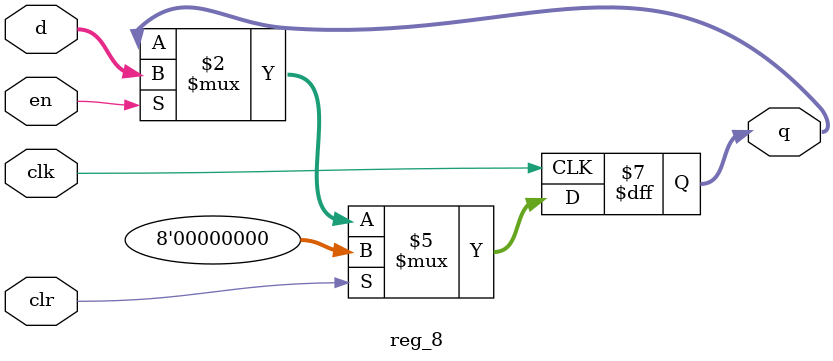
<source format=v>
module top(clr,en1,en2,clk,in,out1,out2);
    input clr, en1, en2, clk;
    input [7:0] in;
    output [7:0] out1, out2;
    wire [7:0] out1, out2;
    wire [7:0] sgn1, sgn2;
    reg_8 reg1(clr,en1,clk,in,sgn1);
    reg_8 reg2(clr,en2,clk,sgn1,out1);
    reg_8 reg3(clr,en1,clk,in,sgn2);
    reg_8 reg4(clr,en2,clk,sgn2,out2);
endmodule
module reg_8(clr,en,clk,d,q);
    parameter clr_val = 8'b0;
    input clr,en,clk;
    input [7:0] d;
    output [7:0] q;
    reg [7:0] q;
    always @(posedge clk) begin
        if(clr)
        q <= clr_val;
        else if(en)
        q <= d;
    end
endmodule
</source>
